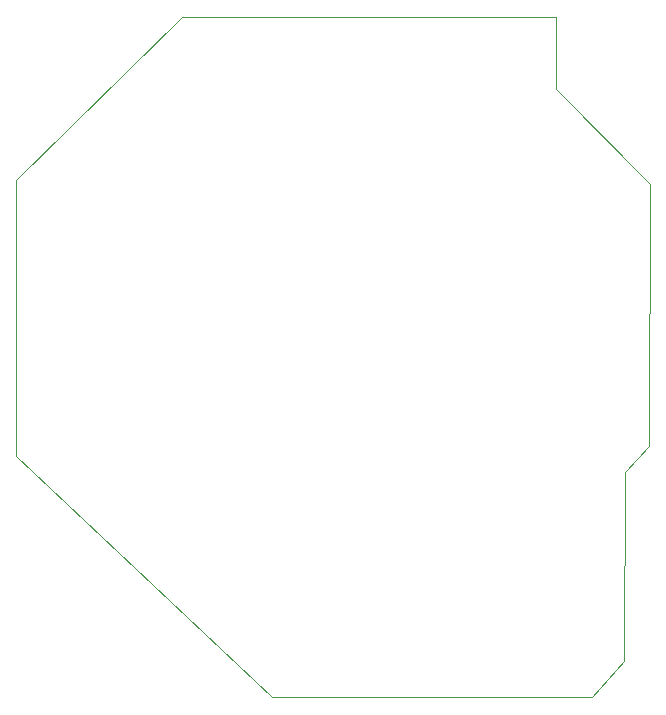
<source format=gbr>
%TF.GenerationSoftware,KiCad,Pcbnew,(5.1.4)-1*%
%TF.CreationDate,2020-11-17T10:49:43+02:00*%
%TF.ProjectId,prose,70726f73-652e-46b6-9963-61645f706362,rev?*%
%TF.SameCoordinates,Original*%
%TF.FileFunction,Profile,NP*%
%FSLAX46Y46*%
G04 Gerber Fmt 4.6, Leading zero omitted, Abs format (unit mm)*
G04 Created by KiCad (PCBNEW (5.1.4)-1) date 2020-11-17 10:49:43*
%MOMM*%
%LPD*%
G04 APERTURE LIST*
%ADD10C,0.100000*%
G04 APERTURE END LIST*
D10*
X93870000Y-86710000D02*
X95970000Y-84530000D01*
X93860000Y-102690000D02*
X91120000Y-105780000D01*
X88070000Y-54320000D02*
X88070000Y-48190000D01*
X88070000Y-54320000D02*
X95980000Y-62290000D01*
X93860000Y-102690000D02*
X93870000Y-86710000D01*
X91120000Y-105780000D02*
X64030000Y-105790000D01*
X95980000Y-62290000D02*
X95970000Y-84530000D01*
X56360000Y-48190000D02*
X88070000Y-48190000D01*
X42380000Y-61980000D02*
X56360000Y-48190000D01*
X42380000Y-85350000D02*
X42380000Y-61980000D01*
X64030000Y-105790000D02*
X42380000Y-85350000D01*
M02*

</source>
